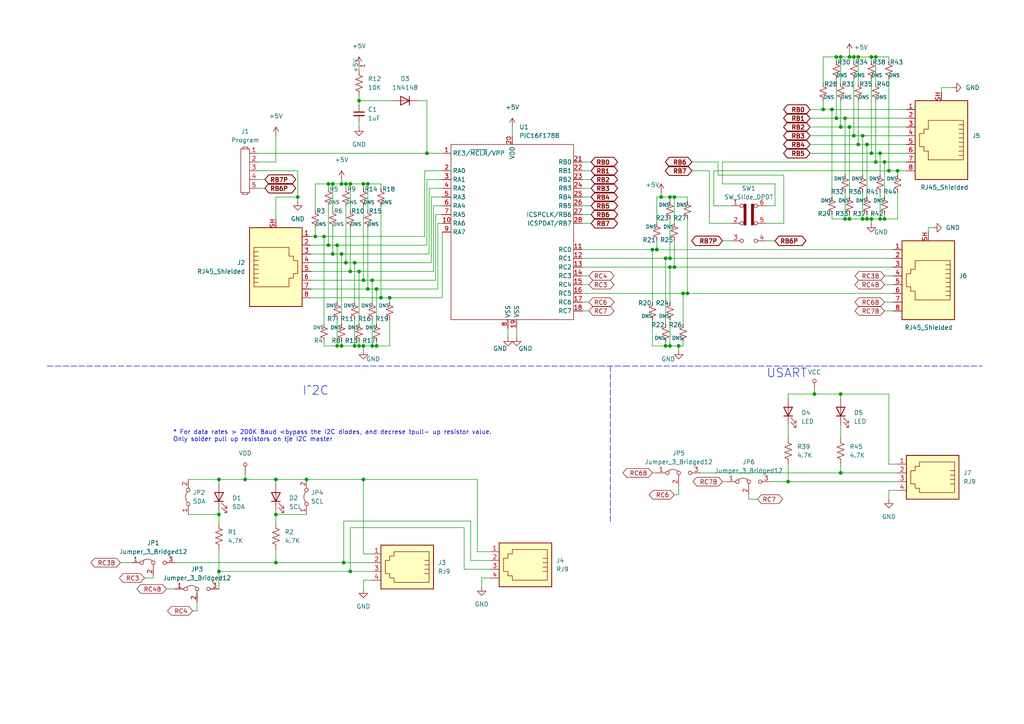
<source format=kicad_sch>
(kicad_sch (version 20231120) (generator "eeschema") (generator_version "8.0")
  (paper "A4")
  (lib_symbols
    (symbol "+5V_1" (power) (pin_names (offset 0))
      (property "Value" "+5V" (at 0 5.715 0))
      (symbol "+5V_1_1_1"
        (pin power_out line (at 0 0 90) (length 0) hide (name "+5V") (number "1"))
      )
    )
    (symbol "+5V_2" (power) (pin_names (offset 0))
      (property "Value" "+5V" (at 0 5.715 0))
      (symbol "+5V_2_1_1"
        (pin power_in line (at 0 0 90) (length 0) (name "+5V") (number "1"))
      )
    )
    (symbol "+5V_3" (power) (pin_names (offset 0))
      (property "Value" "+5V" (at 0 5.715 0))
      (symbol "+5V_3_1_1"
        (pin power_in line (at 0 0 90) (length 0) hide (name "+5V") (number "1"))
      )
    )
    (symbol "Connector:RJ45_Shielded" (pin_names (offset 1.016))
      (property "Reference" "J" (at -5.08 13.97 0))
      (property "Value" "RJ45_Shielded" (at 2.54 13.97 0))
      (symbol "RJ45_Shielded_1_1"
        (pin passive line (at 10.16 -7.62 180) (length 2.54) (name "~") (number "1"))
        (pin passive line (at 10.16 -5.08 180) (length 2.54) (name "~") (number "2"))
        (pin passive line (at 10.16 -2.54 180) (length 2.54) (name "~") (number "3"))
        (pin passive line (at 10.16 0 180) (length 2.54) (name "~") (number "4"))
        (pin passive line (at 10.16 2.54 180) (length 2.54) (name "~") (number "5"))
        (pin passive line (at 10.16 5.08 180) (length 2.54) (name "~") (number "6"))
        (pin passive line (at 10.16 7.62 180) (length 2.54) (name "~") (number "7"))
        (pin passive line (at 10.16 10.16 180) (length 2.54) (name "~") (number "8"))
        (pin passive line (at 0 -12.7 90) (length 2.54) (name "~") (number "SH"))
      )
    )
    (symbol "Connector:RJ9" (pin_names (offset 1.016))
      (property "Reference" "J" (at -5.08 8.89 0))
      (property "Value" "RJ9" (at 2.54 8.89 0))
      (symbol "RJ9_1_1"
        (pin passive line (at 10.16 -2.54 180) (length 2.54) (name "~") (number "1"))
        (pin passive line (at 10.16 0 180) (length 2.54) (name "~") (number "2"))
        (pin passive line (at 10.16 2.54 180) (length 2.54) (name "~") (number "3"))
        (pin passive line (at 10.16 5.08 180) (length 2.54) (name "~") (number "4"))
      )
    )
    (symbol "Custom Components:PIC16LF1788"
      (property "Reference" "U" (at -8.89 -41.91 0))
      (property "Value" "PIC16LF1788" (at -8.89 -44.45 0))
      (symbol "PIC16LF1788_1_1"
        (pin bidirectional line (at -20.32 -10.16 0) (length 2.54) (name "RE3/~{MCLR}/VPP") (number "1"))
        (pin bidirectional line (at -20.32 -30.48 0) (length 2.54) (name "RA6") (number "10"))
        (pin bidirectional line (at 20.32 -38.1 180) (length 2.54) (name "RC0") (number "11"))
        (pin bidirectional line (at 20.32 -40.64 180) (length 2.54) (name "RC1") (number "12"))
        (pin bidirectional line (at 20.32 -43.18 180) (length 2.54) (name "RC2") (number "13"))
        (pin bidirectional line (at 20.32 -45.72 180) (length 2.54) (name "RC3") (number "14"))
        (pin bidirectional line (at 20.32 -48.26 180) (length 2.54) (name "RC4") (number "15"))
        (pin bidirectional line (at 20.32 -50.8 180) (length 2.54) (name "RC5") (number "16"))
        (pin bidirectional line (at 20.32 -53.34 180) (length 2.54) (name "RC6") (number "17"))
        (pin bidirectional line (at 20.32 -55.88 180) (length 2.54) (name "RC7") (number "18"))
        (pin bidirectional line (at 1.27 -60.96 90) (length 2.54) (name "VSS") (number "19"))
        (pin bidirectional line (at -20.32 -15.24 0) (length 2.54) (name "RA0") (number "2"))
        (pin bidirectional line (at 0 -5.08 270) (length 2.54) (name "VDD") (number "20"))
        (pin bidirectional line (at 20.32 -12.7 180) (length 2.54) (name "RB0") (number "21"))
        (pin bidirectional line (at 20.32 -15.24 180) (length 2.54) (name "RB1") (number "22"))
        (pin bidirectional line (at 20.32 -17.78 180) (length 2.54) (name "RB2") (number "23"))
        (pin bidirectional line (at 20.32 -20.32 180) (length 2.54) (name "RB3") (number "24"))
        (pin bidirectional line (at 20.32 -22.86 180) (length 2.54) (name "RB4") (number "25"))
        (pin bidirectional line (at 20.32 -25.4 180) (length 2.54) (name "RB5") (number "26"))
        (pin bidirectional line (at 20.32 -27.94 180) (length 2.54) (name "ICSPCLK/RB6") (number "27"))
        (pin bidirectional line (at 20.32 -30.48 180) (length 2.54) (name "ICSPDAT/RB7") (number "28"))
        (pin bidirectional line (at -20.32 -17.78 0) (length 2.54) (name "RA1") (number "3"))
        (pin bidirectional line (at -20.32 -20.32 0) (length 2.54) (name "RA2") (number "4"))
        (pin bidirectional line (at -20.32 -22.86 0) (length 2.54) (name "RA3") (number "5"))
        (pin bidirectional line (at -20.32 -25.4 0) (length 2.54) (name "RA4") (number "6"))
        (pin bidirectional line (at -20.32 -27.94 0) (length 2.54) (name "RA5") (number "7"))
        (pin bidirectional line (at -1.27 -60.96 90) (length 2.54) (name "VSS") (number "8"))
        (pin bidirectional line (at -20.32 -33.02 0) (length 2.54) (name "RA7") (number "9"))
      )
    )
    (symbol "Custom Symbols:5pinheader"
      (property "Reference" "J1" (at -1.27 3.81 0))
      (property "Value" "Program" (at -1.27 1.27 0))
      (symbol "5pinheader_1_1"
        (pin bidirectional line (at 2.54 -2.54 180) (length 2.54) (name "") (number "1"))
        (pin power_out line (at 2.54 -5.08 180) (length 2.54) (name "") (number "2"))
        (pin bidirectional line (at 2.54 -7.62 180) (length 2.54) (name "") (number "3"))
        (pin bidirectional line (at 2.54 -10.16 180) (length 2.54) (name "") (number "4"))
        (pin bidirectional line (at 2.54 -12.7 180) (length 2.54) (name "") (number "5"))
      )
    )
    (symbol "Device:C_Small" (pin_numbers hide) (pin_names (offset 0.254) hide)
      (property "Reference" "C" (at 0.254 1.778 0))
      (property "Value" "C_Small" (at 0.254 -2.032 0))
      (symbol "C_Small_1_1"
        (pin passive line (at 0 2.54 270) (length 2.032) (name "~") (number "1"))
        (pin passive line (at 0 -2.54 90) (length 2.032) (name "~") (number "2"))
      )
    )
    (symbol "Device:LED" (pin_numbers hide) (pin_names (offset 1.016) hide)
      (property "Reference" "D" (at 0 2.54 0))
      (property "Value" "LED" (at 0 -2.54 0))
      (symbol "LED_1_1"
        (pin passive line (at -3.81 0 0) (length 2.54) (name "K") (number "1"))
        (pin passive line (at 3.81 0 180) (length 2.54) (name "A") (number "2"))
      )
    )
    (symbol "Device:R_Small_US" (pin_numbers hide) (pin_names (offset 0.254) hide)
      (property "Reference" "R" (at 0.762 0.508 0))
      (property "Value" "R_Small_US" (at 0.762 -1.016 0))
      (symbol "R_Small_US_1_1"
        (pin passive line (at 0 2.54 270) (length 1.016) (name "~") (number "1"))
        (pin passive line (at 0 -2.54 90) (length 1.016) (name "~") (number "2"))
      )
    )
    (symbol "Device:R_US" (pin_numbers hide) (pin_names (offset 0))
      (property "Reference" "R" (at 2.54 0 90))
      (property "Value" "R_US" (at -2.54 0 90))
      (symbol "R_US_1_1"
        (pin passive line (at 0 3.81 270) (length 1.27) (name "~") (number "1"))
        (pin passive line (at 0 -3.81 90) (length 1.27) (name "~") (number "2"))
      )
    )
    (symbol "Diode:1N4148" (pin_numbers hide) (pin_names (offset 1.016) hide)
      (property "Reference" "D" (at 0 2.54 0))
      (property "Value" "1N4148" (at 0 -2.54 0))
      (symbol "1N4148_1_1"
        (pin passive line (at -3.81 0 0) (length 2.54) (name "K") (number "1"))
        (pin passive line (at 3.81 0 180) (length 2.54) (name "A") (number "2"))
      )
    )
    (symbol "Jumper:Jumper_2_Bridged" (pin_names (offset 0) hide)
      (property "Reference" "JP" (at 0 1.905 0))
      (property "Value" "Jumper_2_Bridged" (at 0 -2.54 0))
      (symbol "Jumper_2_Bridged_1_1"
        (pin passive line (at -5.08 0 0) (length 2.54) (name "A") (number "1"))
        (pin passive line (at 5.08 0 180) (length 2.54) (name "B") (number "2"))
      )
    )
    (symbol "Jumper:Jumper_3_Bridged12" (pin_names (offset 0) hide)
      (property "Reference" "JP" (at -2.54 -2.54 0))
      (property "Value" "Jumper_3_Bridged12" (at 0 2.794 0))
      (symbol "Jumper_3_Bridged12_1_1"
        (pin passive line (at -6.35 0 0) (length 2.54) (name "A") (number "1"))
        (pin passive line (at 0 -3.81 90) (length 2.54) (name "C") (number "2"))
        (pin passive line (at 6.35 0 180) (length 2.54) (name "B") (number "3"))
      )
    )
    (symbol "Power_symbols:VCC" (power) (in_bom no) (on_board no)
      (property "Value" "VCC" (at 0 0 0))
      (symbol "VCC_1_1"
        (pin power_out line (at 0 -5.08 90) (length 2.032) (name "") (number ""))
      )
    )
    (symbol "Power_symbols:VDD" (power) (in_bom no) (on_board no)
      (property "Value" "VDD" (at 0 0 0))
      (symbol "VDD_1_1"
        (pin power_out line (at 0 -5.08 90) (length 2.54) (name "") (number ""))
      )
    )
    (symbol "Switch:SW_Slide_DPDT" (pin_names (offset 0) hide)
      (property "Reference" "SW" (at 0 6.858 0))
      (property "Value" "SW_Slide_DPDT" (at 0 -8.128 0))
      (symbol "SW_Slide_DPDT_1_1"
        (pin passive line (at -5.08 5.08 0) (length 2.54) (name "A") (number "1"))
        (pin passive line (at -5.08 0 0) (length 2.54) (name "B") (number "2"))
        (pin passive line (at -5.08 -5.08 0) (length 2.54) (name "C") (number "3"))
        (pin passive line (at 5.08 -5.08 180) (length 2.54) (name "A") (number "4"))
        (pin passive line (at 5.08 0 180) (length 2.54) (name "B") (number "5"))
        (pin passive line (at 5.08 5.08 180) (length 2.54) (name "C") (number "6"))
      )
    )
    (symbol "power:+5V" (power) (pin_names (offset 0))
      (property "Value" "+5V" (at 0 5.715 0))
      (symbol "+5V_1_1"
        (pin power_in line (at 0 0 90) (length 0) hide (name "+5V") (number "1"))
      )
    )
    (symbol "power:GND" (power) (pin_names (offset 0))
      (property "Value" "GND" (at 0 -3.81 0))
      (symbol "GND_1_1"
        (pin power_in line (at 0 0 270) (length 0) hide (name "GND") (number "1"))
      )
    )
  )
  (junction (at 101.6 165.735))
  (junction (at 101.6 53.34))
  (junction (at 246.38 36.83))
  (junction (at 243.84 114.3))
  (junction (at 91.44 68.58))
  (junction (at 199.39 85.09))
  (junction (at 100.33 53.34))
  (junction (at 245.11 63.5))
  (junction (at 243.84 36.83))
  (junction (at 63.5 165.735))
  (junction (at 102.87 100.33))
  (junction (at 241.3 31.75))
  (junction (at 252.73 16.51))
  (junction (at 71.12 139.065))
  (junction (at 102.87 76.2))
  (junction (at 198.12 85.09))
  (junction (at 189.23 72.39))
  (junction (at 123.825 44.45))
  (junction (at 97.79 100.33))
  (junction (at 254 16.51))
  (junction (at 238.76 31.75))
  (junction (at 80.01 149.225))
  (junction (at 195.58 57.15))
  (junction (at 251.46 41.91))
  (junction (at 257.81 49.53))
  (junction (at 252.73 44.45))
  (junction (at 107.95 100.33))
  (junction (at 243.84 16.51))
  (junction (at 110.49 86.36))
  (junction (at 248.92 41.91))
  (junction (at 104.14 29.21))
  (junction (at 88.9 139.065))
  (junction (at 95.25 53.34))
  (junction (at 105.41 139.065))
  (junction (at 190.5 72.39))
  (junction (at 248.92 16.51))
  (junction (at 99.06 73.66))
  (junction (at 193.04 100.33))
  (junction (at 86.36 57.15))
  (junction (at 251.46 63.5))
  (junction (at 107.95 81.28))
  (junction (at 193.04 74.93))
  (junction (at 99.06 53.34))
  (junction (at 96.52 53.34))
  (junction (at 106.68 53.34))
  (junction (at 96.52 73.66))
  (junction (at 247.65 16.51))
  (junction (at 252.73 63.5))
  (junction (at 195.58 77.47))
  (junction (at 97.79 71.12))
  (junction (at 109.22 100.33))
  (junction (at 80.01 139.065))
  (junction (at 101.6 78.74))
  (junction (at 250.19 63.5))
  (junction (at 95.25 71.12))
  (junction (at 194.31 77.47))
  (junction (at 113.03 86.36))
  (junction (at 99.695 163.195))
  (junction (at 256.54 46.99))
  (junction (at 80.01 163.195))
  (junction (at 104.14 100.33))
  (junction (at 100.33 76.2))
  (junction (at 228.6 139.7))
  (junction (at 105.41 81.28))
  (junction (at 254 46.99))
  (junction (at 63.5 139.065))
  (junction (at 194.31 74.93))
  (junction (at 247.65 39.37))
  (junction (at 99.06 100.33))
  (junction (at 191.77 57.15))
  (junction (at 63.5 149.225))
  (junction (at 109.22 83.82))
  (junction (at 242.57 34.29))
  (junction (at 243.84 137.16))
  (junction (at 236.22 114.3))
  (junction (at 260.35 49.53))
  (junction (at 105.41 100.33))
  (junction (at 255.27 44.45))
  (junction (at 93.98 68.58))
  (junction (at 255.27 63.5))
  (junction (at 194.31 100.33))
  (junction (at 105.41 53.34))
  (junction (at 246.38 16.51))
  (junction (at 242.57 16.51))
  (junction (at 196.85 100.33))
  (junction (at 256.54 63.5))
  (junction (at 106.68 83.82))
  (junction (at 245.11 34.29))
  (junction (at 104.14 78.74))
  (junction (at 250.19 39.37))
  (junction (at 194.31 57.15))
  (junction (at 246.38 63.5))
  (wire (pts (xy 80.01 57.15) (xy 86.36 57.15)))
  (wire (pts (xy 190.5 57.15) (xy 191.77 57.15)))
  (wire (pts (xy 252.73 16.51) (xy 254 16.51)))
  (wire (pts (xy 96.52 73.66) (xy 99.06 73.66)))
  (wire (pts (xy 242.57 16.51) (xy 242.57 17.78)))
  (wire (pts (xy 208.28 50.8) (xy 227.33 50.8)))
  (wire (pts (xy 90.17 78.74) (xy 101.6 78.74)))
  (wire (pts (xy 209.55 139.7) (xy 210.82 139.7)))
  (wire (pts (xy 109.22 83.82) (xy 127 83.82)))
  (wire (pts (xy 260.35 137.16) (xy 243.84 137.16)))
  (wire (pts (xy 125.73 59.69) (xy 128.27 59.69)))
  (wire (pts (xy 194.31 77.47) (xy 195.58 77.47)))
  (wire (pts (xy 251.46 63.5) (xy 251.46 62.23)))
  (wire (pts (xy 228.6 114.3) (xy 228.6 115.57)))
  (wire (pts (xy 250.19 63.5) (xy 246.38 63.5)))
  (wire (pts (xy 74.93 49.53) (xy 86.36 49.53)))
  (wire (pts (xy 227.33 50.8) (xy 227.33 64.77)))
  (wire (pts (xy 99.06 52.07) (xy 99.06 53.34)))
  (wire (pts (xy 102.87 87.63) (xy 102.87 76.2)))
  (wire (pts (xy 113.03 86.36) (xy 128.27 86.36)))
  (wire (pts (xy 138.43 139.065) (xy 138.43 160.02)))
  (wire (pts (xy 134.62 165.1) (xy 134.62 153.035)))
  (wire (pts (xy 126.365 62.23) (xy 128.27 62.23)))
  (wire (pts (xy 109.22 100.33) (xy 107.95 100.33)))
  (wire (pts (xy 248.92 16.51) (xy 248.92 24.13)))
  (wire (pts (xy 256.54 90.17) (xy 259.08 90.17)))
  (wire (pts (xy 198.12 100.33) (xy 196.85 100.33)))
  (wire (pts (xy 95.25 71.12) (xy 97.79 71.12)))
  (wire (pts (xy 242.57 22.86) (xy 242.57 34.29)))
  (wire (pts (xy 57.15 177.165) (xy 57.15 174.625)))
  (wire (pts (xy 168.91 64.77) (xy 171.45 64.77)))
  (wire (pts (xy 107.95 160.655) (xy 105.41 160.655)))
  (wire (pts (xy 96.52 66.04) (xy 96.52 73.66)))
  (wire (pts (xy 245.11 34.29) (xy 262.89 34.29)))
  (wire (pts (xy 80.01 39.37) (xy 80.01 46.99)))
  (wire (pts (xy 109.22 100.33) (xy 109.22 99.06)))
  (wire (pts (xy 149.86 95.25) (xy 149.86 97.79)))
  (wire (pts (xy 205.74 49.53) (xy 205.74 64.77)))
  (wire (pts (xy 243.84 29.21) (xy 243.84 36.83)))
  (wire (pts (xy 252.73 63.5) (xy 251.46 63.5)))
  (wire (pts (xy 96.52 53.34) (xy 99.06 53.34)))
  (wire (pts (xy 104.14 93.98) (xy 104.14 78.74)))
  (wire (pts (xy 101.6 165.735) (xy 107.95 165.735)))
  (wire (pts (xy 228.6 134.62) (xy 228.6 139.7)))
  (wire (pts (xy 245.11 63.5) (xy 245.11 55.88)))
  (wire (pts (xy 243.84 137.16) (xy 243.84 134.62)))
  (wire (pts (xy 125.73 78.74) (xy 125.73 59.69)))
  (wire (pts (xy 250.19 39.37) (xy 262.89 39.37)))
  (wire (pts (xy 243.84 36.83) (xy 234.95 36.83)))
  (wire (pts (xy 193.04 99.06) (xy 193.04 100.33)))
  (wire (pts (xy 121.285 29.21) (xy 123.825 29.21)))
  (wire (pts (xy 260.35 49.53) (xy 257.81 49.53)))
  (wire (pts (xy 74.93 46.99) (xy 80.01 46.99)))
  (wire (pts (xy 101.6 53.34) (xy 105.41 53.34)))
  (wire (pts (xy 190.5 69.85) (xy 190.5 72.39)))
  (wire (pts (xy 257.81 49.53) (xy 207.01 49.53)))
  (wire (pts (xy 105.41 101.6) (xy 105.41 100.33)))
  (wire (pts (xy 168.91 59.69) (xy 171.45 59.69)))
  (wire (pts (xy 104.14 78.74) (xy 125.73 78.74)))
  (wire (pts (xy 91.44 68.58) (xy 93.98 68.58)))
  (wire (pts (xy 142.24 160.02) (xy 138.43 160.02)))
  (wire (pts (xy 80.01 163.195) (xy 99.695 163.195)))
  (wire (pts (xy 34.925 163.195) (xy 38.1 163.195)))
  (polyline (pts (xy 177.038 106.172) (xy 177.038 151.892)) (stroke (width 0) (type dash)))
  (wire (pts (xy 123.19 68.58) (xy 123.19 49.53)))
  (wire (pts (xy 208.28 46.99) (xy 200.66 46.99)))
  (wire (pts (xy 123.825 29.21) (xy 123.825 44.45)))
  (wire (pts (xy 71.12 137.795) (xy 71.12 139.065)))
  (wire (pts (xy 246.38 63.5) (xy 246.38 62.23)))
  (wire (pts (xy 101.6 153.035) (xy 101.6 165.735)))
  (wire (pts (xy 209.55 53.34) (xy 224.79 53.34)))
  (wire (pts (xy 243.84 114.3) (xy 236.22 114.3)))
  (wire (pts (xy 105.41 139.065) (xy 88.9 139.065)))
  (wire (pts (xy 106.68 53.34) (xy 106.68 60.96)))
  (wire (pts (xy 242.57 16.51) (xy 243.84 16.51)))
  (wire (pts (xy 104.14 100.33) (xy 104.14 99.06)))
  (wire (pts (xy 269.24 66.04) (xy 269.24 67.31)))
  (wire (pts (xy 207.01 49.53) (xy 207.01 59.69)))
  (wire (pts (xy 127 83.82) (xy 127 64.77)))
  (wire (pts (xy 199.39 57.15) (xy 199.39 58.42)))
  (wire (pts (xy 224.79 53.34) (xy 224.79 59.69)))
  (wire (pts (xy 191.77 57.15) (xy 194.31 57.15)))
  (wire (pts (xy 90.17 68.58) (xy 91.44 68.58)))
  (wire (pts (xy 91.44 53.34) (xy 95.25 53.34)))
  (wire (pts (xy 113.03 100.33) (xy 109.22 100.33)))
  (wire (pts (xy 63.5 147.955) (xy 63.5 149.225)))
  (wire (pts (xy 104.14 35.56) (xy 104.14 36.83)))
  (wire (pts (xy 86.36 58.42) (xy 86.36 57.15)))
  (wire (pts (xy 254 46.99) (xy 209.55 46.99)))
  (wire (pts (xy 107.95 100.33) (xy 107.95 92.71)))
  (wire (pts (xy 203.2 137.16) (xy 243.84 137.16)))
  (wire (pts (xy 90.17 76.2) (xy 100.33 76.2)))
  (wire (pts (xy 105.41 168.275) (xy 107.95 168.275)))
  (wire (pts (xy 254 46.99) (xy 256.54 46.99)))
  (wire (pts (xy 93.98 100.33) (xy 93.98 99.06)))
  (wire (pts (xy 113.03 100.33) (xy 113.03 92.71)))
  (wire (pts (xy 246.38 57.15) (xy 246.38 36.83)))
  (wire (pts (xy 190.5 64.77) (xy 190.5 57.15)))
  (wire (pts (xy 148.59 36.83) (xy 148.59 39.37)))
  (wire (pts (xy 86.36 57.15) (xy 86.36 49.53)))
  (wire (pts (xy 55.88 177.165) (xy 57.15 177.165)))
  (wire (pts (xy 50.8 163.195) (xy 80.01 163.195)))
  (wire (pts (xy 243.84 123.19) (xy 243.84 127)))
  (wire (pts (xy 245.11 50.8) (xy 245.11 34.29)))
  (wire (pts (xy 125.095 57.15) (xy 128.27 57.15)))
  (wire (pts (xy 260.35 63.5) (xy 260.35 55.88)))
  (wire (pts (xy 88.9 139.065) (xy 80.01 139.065)))
  (wire (pts (xy 248.92 41.91) (xy 234.95 41.91)))
  (wire (pts (xy 80.01 57.15) (xy 80.01 63.5)))
  (wire (pts (xy 194.31 77.47) (xy 194.31 87.63)))
  (wire (pts (xy 251.46 63.5) (xy 250.19 63.5)))
  (wire (pts (xy 124.46 73.66) (xy 124.46 54.61)))
  (wire (pts (xy 136.525 162.56) (xy 142.24 162.56)))
  (wire (pts (xy 139.7 170.18) (xy 139.7 167.64)))
  (wire (pts (xy 255.27 50.8) (xy 255.27 44.45)))
  (wire (pts (xy 196.85 100.33) (xy 194.31 100.33)))
  (wire (pts (xy 256.54 57.15) (xy 256.54 46.99)))
  (wire (pts (xy 252.73 44.45) (xy 234.95 44.45)))
  (wire (pts (xy 223.52 139.7) (xy 228.6 139.7)))
  (wire (pts (xy 105.41 53.34) (xy 106.68 53.34)))
  (wire (pts (xy 80.01 159.385) (xy 80.01 163.195)))
  (wire (pts (xy 97.79 87.63) (xy 97.79 71.12)))
  (wire (pts (xy 100.33 53.34) (xy 101.6 53.34)))
  (wire (pts (xy 189.23 72.39) (xy 189.23 87.63)))
  (wire (pts (xy 189.23 92.71) (xy 189.23 100.33)))
  (wire (pts (xy 63.5 165.735) (xy 63.5 170.815)))
  (wire (pts (xy 90.17 71.12) (xy 95.25 71.12)))
  (wire (pts (xy 168.91 87.63) (xy 170.815 87.63)))
  (wire (pts (xy 134.62 165.1) (xy 142.24 165.1)))
  (wire (pts (xy 105.41 59.69) (xy 105.41 81.28)))
  (wire (pts (xy 205.74 49.53) (xy 200.66 49.53)))
  (wire (pts (xy 99.695 151.13) (xy 99.695 163.195)))
  (wire (pts (xy 136.525 151.13) (xy 99.695 151.13)))
  (wire (pts (xy 104.14 100.33) (xy 102.87 100.33)))
  (wire (pts (xy 74.93 44.45) (xy 123.825 44.45)))
  (wire (pts (xy 251.46 41.91) (xy 248.92 41.91)))
  (wire (pts (xy 260.35 63.5) (xy 256.54 63.5)))
  (wire (pts (xy 126.365 81.28) (xy 126.365 62.23)))
  (wire (pts (xy 96.52 53.34) (xy 96.52 60.96)))
  (wire (pts (xy 139.7 167.64) (xy 142.24 167.64)))
  (wire (pts (xy 54.61 149.225) (xy 63.5 149.225)))
  (wire (pts (xy 123.825 71.12) (xy 123.825 52.07)))
  (wire (pts (xy 101.6 78.74) (xy 104.14 78.74)))
  (wire (pts (xy 90.17 86.36) (xy 110.49 86.36)))
  (wire (pts (xy 100.33 76.2) (xy 102.87 76.2)))
  (wire (pts (xy 107.95 81.28) (xy 126.365 81.28)))
  (wire (pts (xy 254 16.51) (xy 257.81 16.51)))
  (wire (pts (xy 48.26 170.815) (xy 50.8 170.815)))
  (wire (pts (xy 71.12 139.065) (xy 80.01 139.065)))
  (wire (pts (xy 168.91 85.09) (xy 198.12 85.09)))
  (wire (pts (xy 238.76 29.21) (xy 238.76 31.75)))
  (wire (pts (xy 189.23 72.39) (xy 190.5 72.39)))
  (wire (pts (xy 254 29.21) (xy 254 46.99)))
  (wire (pts (xy 257.81 134.62) (xy 257.81 114.3)))
  (wire (pts (xy 236.22 113.03) (xy 236.22 114.3)))
  (wire (pts (xy 97.79 100.33) (xy 97.79 92.71)))
  (wire (pts (xy 95.25 53.34) (xy 95.25 54.61)))
  (wire (pts (xy 110.49 53.34) (xy 110.49 54.61)))
  (wire (pts (xy 104.14 29.21) (xy 104.14 30.48)))
  (wire (pts (xy 107.95 87.63) (xy 107.95 81.28)))
  (wire (pts (xy 189.23 137.16) (xy 190.5 137.16)))
  (wire (pts (xy 270.51 66.04) (xy 269.24 66.04)))
  (wire (pts (xy 246.38 15.24) (xy 246.38 16.51)))
  (wire (pts (xy 106.68 83.82) (xy 109.22 83.82)))
  (wire (pts (xy 251.46 57.15) (xy 251.46 41.91)))
  (wire (pts (xy 127 64.77) (xy 128.27 64.77)))
  (wire (pts (xy 196.85 143.51) (xy 196.85 140.97)))
  (wire (pts (xy 93.98 68.58) (xy 123.19 68.58)))
  (wire (pts (xy 109.22 93.98) (xy 109.22 83.82)))
  (wire (pts (xy 123.825 52.07) (xy 128.27 52.07)))
  (wire (pts (xy 128.27 86.36) (xy 128.27 67.31)))
  (wire (pts (xy 238.76 31.75) (xy 241.3 31.75)))
  (wire (pts (xy 168.91 80.01) (xy 170.815 80.01)))
  (wire (pts (xy 97.79 71.12) (xy 123.825 71.12)))
  (wire (pts (xy 247.65 22.86) (xy 247.65 39.37)))
  (wire (pts (xy 91.44 66.04) (xy 91.44 68.58)))
  (wire (pts (xy 193.04 100.33) (xy 189.23 100.33)))
  (wire (pts (xy 273.05 25.4) (xy 273.05 26.67)))
  (wire (pts (xy 251.46 41.91) (xy 262.89 41.91)))
  (wire (pts (xy 113.03 87.63) (xy 113.03 86.36)))
  (wire (pts (xy 91.44 53.34) (xy 91.44 60.96)))
  (wire (pts (xy 168.91 52.07) (xy 171.45 52.07)))
  (wire (pts (xy 243.84 114.3) (xy 243.84 115.57)))
  (wire (pts (xy 104.14 19.05) (xy 104.14 20.32)))
  (wire (pts (xy 110.49 86.36) (xy 113.03 86.36)))
  (wire (pts (xy 97.79 100.33) (xy 93.98 100.33)))
  (wire (pts (xy 260.35 142.24) (xy 257.81 142.24)))
  (wire (pts (xy 191.77 55.88) (xy 191.77 57.15)))
  (wire (pts (xy 74.93 54.61) (xy 76.835 54.61)))
  (wire (pts (xy 242.57 34.29) (xy 245.11 34.29)))
  (wire (pts (xy 105.41 81.28) (xy 107.95 81.28)))
  (wire (pts (xy 194.31 57.15) (xy 194.31 58.42)))
  (wire (pts (xy 276.225 25.4) (xy 273.05 25.4)))
  (wire (pts (xy 195.58 77.47) (xy 259.08 77.47)))
  (wire (pts (xy 255.27 63.5) (xy 255.27 55.88)))
  (wire (pts (xy 246.38 36.83) (xy 262.89 36.83)))
  (wire (pts (xy 105.41 100.33) (xy 104.14 100.33)))
  (wire (pts (xy 260.35 49.53) (xy 262.89 49.53)))
  (wire (pts (xy 194.31 74.93) (xy 259.08 74.93)))
  (wire (pts (xy 194.31 92.71) (xy 194.31 100.33)))
  (wire (pts (xy 217.17 144.78) (xy 217.17 143.51)))
  (wire (pts (xy 194.31 57.15) (xy 195.58 57.15)))
  (wire (pts (xy 195.58 69.85) (xy 195.58 77.47)))
  (wire (pts (xy 196.85 100.33) (xy 196.85 101.6)))
  (wire (pts (xy 194.31 100.33) (xy 193.04 100.33)))
  (wire (pts (xy 168.91 57.15) (xy 171.45 57.15)))
  (wire (pts (xy 74.93 52.07) (xy 76.835 52.07)))
  (wire (pts (xy 252.73 22.86) (xy 252.73 44.45)))
  (wire (pts (xy 123.19 49.53) (xy 128.27 49.53)))
  (wire (pts (xy 101.6 53.34) (xy 101.6 60.96)))
  (wire (pts (xy 44.45 167.64) (xy 44.45 167.005)))
  (wire (pts (xy 190.5 72.39) (xy 259.08 72.39)))
  (wire (pts (xy 207.01 59.69) (xy 212.09 59.69)))
  (wire (pts (xy 222.25 69.85) (xy 224.79 69.85)))
  (wire (pts (xy 63.5 149.225) (xy 63.5 151.765)))
  (wire (pts (xy 99.06 100.33) (xy 99.06 99.06)))
  (wire (pts (xy 260.35 134.62) (xy 257.81 134.62)))
  (wire (pts (xy 93.98 93.98) (xy 93.98 68.58)))
  (wire (pts (xy 254 16.51) (xy 254 24.13)))
  (wire (pts (xy 95.25 59.69) (xy 95.25 71.12)))
  (wire (pts (xy 205.74 64.77) (xy 212.09 64.77)))
  (wire (pts (xy 63.5 165.735) (xy 101.6 165.735)))
  (wire (pts (xy 194.31 63.5) (xy 194.31 74.93)))
  (wire (pts (xy 257.81 142.24) (xy 257.81 144.78)))
  (wire (pts (xy 102.87 76.2) (xy 125.095 76.2)))
  (wire (pts (xy 104.14 27.94) (xy 104.14 29.21)))
  (wire (pts (xy 105.41 53.34) (xy 105.41 54.61)))
  (wire (pts (xy 195.58 57.15) (xy 199.39 57.15)))
  (wire (pts (xy 128.27 44.45) (xy 123.825 44.45)))
  (wire (pts (xy 241.3 63.5) (xy 241.3 62.23)))
  (wire (pts (xy 147.32 95.25) (xy 147.32 97.79)))
  (wire (pts (xy 168.91 72.39) (xy 189.23 72.39)))
  (wire (pts (xy 95.25 53.34) (xy 96.52 53.34)))
  (wire (pts (xy 256.54 63.5) (xy 255.27 63.5)))
  (wire (pts (xy 248.92 29.21) (xy 248.92 41.91)))
  (wire (pts (xy 252.73 64.77) (xy 252.73 63.5)))
  (wire (pts (xy 219.71 144.78) (xy 217.17 144.78)))
  (wire (pts (xy 63.5 140.335) (xy 63.5 139.065)))
  (wire (pts (xy 136.525 162.56) (xy 136.525 151.13)))
  (wire (pts (xy 198.12 85.09) (xy 198.12 93.98)))
  (wire (pts (xy 256.54 87.63) (xy 259.08 87.63)))
  (wire (pts (xy 241.3 57.15) (xy 241.3 31.75)))
  (wire (pts (xy 106.68 66.04) (xy 106.68 83.82)))
  (polyline (pts (xy 13.716 106.172) (xy 181.102 106.172)) (stroke (width 0) (type dash)))
  (wire (pts (xy 243.84 36.83) (xy 246.38 36.83)))
  (wire (pts (xy 255.27 44.45) (xy 262.89 44.45)))
  (wire (pts (xy 208.28 46.99) (xy 208.28 50.8)))
  (wire (pts (xy 105.41 170.815) (xy 105.41 168.275)))
  (wire (pts (xy 246.38 16.51) (xy 247.65 16.51)))
  (wire (pts (xy 222.25 64.77) (xy 227.33 64.77)))
  (wire (pts (xy 138.43 139.065) (xy 105.41 139.065)))
  (wire (pts (xy 102.87 100.33) (xy 102.87 92.71)))
  (wire (pts (xy 99.06 100.33) (xy 97.79 100.33)))
  (wire (pts (xy 198.12 85.09) (xy 199.39 85.09)))
  (wire (pts (xy 124.46 54.61) (xy 128.27 54.61)))
  (wire (pts (xy 168.91 90.17) (xy 170.815 90.17)))
  (wire (pts (xy 101.6 66.04) (xy 101.6 78.74)))
  (wire (pts (xy 257.81 16.51) (xy 257.81 17.78)))
  (wire (pts (xy 106.68 53.34) (xy 110.49 53.34)))
  (wire (pts (xy 247.65 16.51) (xy 247.65 17.78)))
  (wire (pts (xy 256.54 80.01) (xy 259.08 80.01)))
  (wire (pts (xy 90.17 73.66) (xy 96.52 73.66)))
  (wire (pts (xy 125.095 76.2) (xy 125.095 57.15)))
  (wire (pts (xy 168.91 77.47) (xy 194.31 77.47)))
  (wire (pts (xy 222.25 59.69) (xy 224.79 59.69)))
  (wire (pts (xy 168.91 54.61) (xy 171.45 54.61)))
  (wire (pts (xy 198.12 99.06) (xy 198.12 100.33)))
  (wire (pts (xy 80.01 147.955) (xy 80.01 149.225)))
  (wire (pts (xy 228.6 139.7) (xy 260.35 139.7)))
  (wire (pts (xy 250.19 50.8) (xy 250.19 39.37)))
  (wire (pts (xy 252.73 44.45) (xy 255.27 44.45)))
  (wire (pts (xy 209.55 69.85) (xy 212.09 69.85)))
  (wire (pts (xy 199.39 85.09) (xy 259.08 85.09)))
  (wire (pts (xy 90.17 83.82) (xy 106.68 83.82)))
  (wire (pts (xy 168.91 74.93) (xy 193.04 74.93)))
  (wire (pts (xy 168.91 46.99) (xy 171.45 46.99)))
  (wire (pts (xy 168.91 82.55) (xy 170.815 82.55)))
  (wire (pts (xy 80.01 139.065) (xy 80.01 140.335)))
  (wire (pts (xy 195.58 143.51) (xy 196.85 143.51)))
  (wire (pts (xy 228.6 123.19) (xy 228.6 127)))
  (wire (pts (xy 90.17 81.28) (xy 105.41 81.28)))
  (wire (pts (xy 250.19 63.5) (xy 250.19 55.88)))
  (wire (pts (xy 241.3 31.75) (xy 262.89 31.75)))
  (wire (pts (xy 105.41 160.655) (xy 105.41 139.065)))
  (wire (pts (xy 245.11 63.5) (xy 241.3 63.5)))
  (polyline (pts (xy 181.102 106.172) (xy 284.861 106.172)) (stroke (width 0) (type dash)))
  (wire (pts (xy 107.95 100.33) (xy 105.41 100.33)))
  (wire (pts (xy 248.92 16.51) (xy 252.73 16.51)))
  (wire (pts (xy 199.39 63.5) (xy 199.39 85.09)))
  (wire (pts (xy 193.04 74.93) (xy 194.31 74.93)))
  (wire (pts (xy 99.695 163.195) (xy 107.95 163.195)))
  (wire (pts (xy 242.57 34.29) (xy 234.95 34.29)))
  (wire (pts (xy 257.81 22.86) (xy 257.81 49.53)))
  (wire (pts (xy 209.55 46.99) (xy 209.55 53.34)))
  (wire (pts (xy 236.22 114.3) (xy 228.6 114.3)))
  (wire (pts (xy 41.91 167.64) (xy 44.45 167.64)))
  (wire (pts (xy 80.01 149.225) (xy 88.9 149.225)))
  (wire (pts (xy 238.76 31.75) (xy 234.95 31.75)))
  (wire (pts (xy 243.84 16.51) (xy 243.84 24.13)))
  (wire (pts (xy 256.54 82.55) (xy 259.08 82.55)))
  (wire (pts (xy 255.27 63.5) (xy 252.73 63.5)))
  (wire (pts (xy 54.61 139.065) (xy 63.5 139.065)))
  (wire (pts (xy 104.14 29.21) (xy 113.665 29.21)))
  (wire (pts (xy 195.58 57.15) (xy 195.58 64.77)))
  (wire (pts (xy 80.01 149.225) (xy 80.01 151.765)))
  (wire (pts (xy 246.38 63.5) (xy 245.11 63.5)))
  (wire (pts (xy 256.54 46.99) (xy 262.89 46.99)))
  (wire (pts (xy 247.65 16.51) (xy 248.92 16.51)))
  (wire (pts (xy 256.54 63.5) (xy 256.54 62.23)))
  (wire (pts (xy 100.33 59.69) (xy 100.33 76.2)))
  (wire (pts (xy 168.91 62.23) (xy 171.45 62.23)))
  (wire (pts (xy 134.62 153.035) (xy 101.6 153.035)))
  (wire (pts (xy 260.35 50.8) (xy 260.35 49.53)))
  (wire (pts (xy 168.91 49.53) (xy 171.45 49.53)))
  (wire (pts (xy 99.06 93.98) (xy 99.06 73.66)))
  (wire (pts (xy 243.84 16.51) (xy 246.38 16.51)))
  (wire (pts (xy 238.76 16.51) (xy 238.76 24.13)))
  (wire (pts (xy 247.65 39.37) (xy 234.95 39.37)))
  (wire (pts (xy 102.87 100.33) (xy 99.06 100.33)))
  (wire (pts (xy 257.81 114.3) (xy 243.84 114.3)))
  (wire (pts (xy 99.06 73.66) (xy 124.46 73.66)))
  (wire (pts (xy 63.5 139.065) (xy 71.12 139.065)))
  (wire (pts (xy 110.49 59.69) (xy 110.49 86.36)))
  (wire (pts (xy 252.73 16.51) (xy 252.73 17.78)))
  (wire (pts (xy 250.19 39.37) (xy 247.65 39.37)))
  (wire (pts (xy 193.04 74.93) (xy 193.04 93.98)))
  (wire (pts (xy 63.5 159.385) (xy 63.5 165.735)))
  (wire (pts (xy 238.76 16.51) (xy 242.57 16.51)))
  (wire (pts (xy 99.06 53.34) (xy 100.33 53.34)))
  (wire (pts (xy 100.33 53.34) (xy 100.33 54.61)))
  (text "USART" (at 222.25 109.855 0) (effects (font (size 2.54 2.54)) (justify left bottom)))
  (text "I^2C\n" (at 87.63 114.935 0) (effects (font (size 2.54 2.54)) (justify left bottom)))
  (text "* For data rates > 200K Baud <bypass the I2C diodes, and decrese tpull- up resistor value.\nOnly solder pull up resistors on tje I2C master\n" (at 50.165 128.27 0) (effects (font (size 1.27 1.27)) (justify left bottom)))
  (global_label "RB3" (shape bidirectional) (at 171.45 54.61 0) (effects (font (bold yes))) (property "Intersheetrefs" "${INTERSHEET_REFS}" (effects (hide yes))))
  (global_label "RC4B" (shape bidirectional) (at 256.54 82.55 180) (property "Intersheetrefs" "${INTERSHEET_REFS}" (effects (hide yes))))
  (global_label "RC4B" (shape bidirectional) (at 48.26 170.815 180) (property "Intersheetrefs" "${INTERSHEET_REFS}" (effects (hide yes))))
  (global_label "RC6" (shape bidirectional) (at 170.815 87.63 0) (property "Intersheetrefs" "${INTERSHEET_REFS}" (effects (hide yes))))
  (global_label "RB6" (shape bidirectional) (at 171.45 62.23 0) (effects (font (bold yes))) (property "Intersheetrefs" "${INTERSHEET_REFS}" (effects (hide yes))))
  (global_label "RC7" (shape bidirectional) (at 170.815 90.17 0) (property "Intersheetrefs" "${INTERSHEET_REFS}" (effects (hide yes))))
  (global_label "RB7" (shape bidirectional) (at 171.45 64.77 0) (effects (font (bold yes))) (property "Intersheetrefs" "${INTERSHEET_REFS}" (effects (hide yes))))
  (global_label "RC7" (shape bidirectional) (at 219.71 144.78 0) (property "Intersheetrefs" "${INTERSHEET_REFS}" (effects (hide yes))))
  (global_label "RB0" (shape bidirectional) (at 234.95 31.75 180) (effects (font (bold yes))) (property "Intersheetrefs" "${INTERSHEET_REFS}" (effects (hide yes))))
  (global_label "RB0" (shape bidirectional) (at 171.45 46.99 0) (effects (font (bold yes))) (property "Intersheetrefs" "${INTERSHEET_REFS}" (effects (hide yes))))
  (global_label "RB7P" (shape bidirectional) (at 76.835 52.07 0) (effects (font (bold yes))) (property "Intersheetrefs" "${INTERSHEET_REFS}" (effects (hide yes))))
  (global_label "RB6P" (shape bidirectional) (at 224.79 69.85 0) (effects (font (bold yes))) (property "Intersheetrefs" "${INTERSHEET_REFS}" (effects (hide yes))))
  (global_label "RB6" (shape bidirectional) (at 200.66 46.99 180) (effects (font (bold yes))) (property "Intersheetrefs" "${INTERSHEET_REFS}" (effects (hide yes))))
  (global_label "RC7B" (shape bidirectional) (at 256.54 90.17 180) (property "Intersheetrefs" "${INTERSHEET_REFS}" (effects (hide yes))))
  (global_label "RC3" (shape bidirectional) (at 41.91 167.64 180) (property "Intersheetrefs" "${INTERSHEET_REFS}" (effects (hide yes))))
  (global_label "RC7B" (shape bidirectional) (at 209.55 139.7 180) (property "Intersheetrefs" "${INTERSHEET_REFS}" (effects (hide yes))))
  (global_label "RB3" (shape bidirectional) (at 234.95 39.37 180) (effects (font (bold yes))) (property "Intersheetrefs" "${INTERSHEET_REFS}" (effects (hide yes))))
  (global_label "RB7P" (shape bidirectional) (at 209.55 69.85 180) (effects (font (bold yes))) (property "Intersheetrefs" "${INTERSHEET_REFS}" (effects (hide yes))))
  (global_label "RB4" (shape bidirectional) (at 171.45 57.15 0) (effects (font (bold yes))) (property "Intersheetrefs" "${INTERSHEET_REFS}" (effects (hide yes))))
  (global_label "RC6B" (shape bidirectional) (at 189.23 137.16 180) (property "Intersheetrefs" "${INTERSHEET_REFS}" (effects (hide yes))))
  (global_label "RB2" (shape bidirectional) (at 171.45 52.07 0) (effects (font (bold yes))) (property "Intersheetrefs" "${INTERSHEET_REFS}" (effects (hide yes))))
  (global_label "RB1" (shape bidirectional) (at 234.95 34.29 180) (effects (font (bold yes))) (property "Intersheetrefs" "${INTERSHEET_REFS}" (effects (hide yes))))
  (global_label "RB6P" (shape bidirectional) (at 76.835 54.61 0) (effects (font (bold yes))) (property "Intersheetrefs" "${INTERSHEET_REFS}" (effects (hide yes))))
  (global_label "RB7" (shape bidirectional) (at 200.66 49.53 180) (effects (font (bold yes))) (property "Intersheetrefs" "${INTERSHEET_REFS}" (effects (hide yes))))
  (global_label "RC3B" (shape bidirectional) (at 34.925 163.195 180) (property "Intersheetrefs" "${INTERSHEET_REFS}" (effects (hide yes))))
  (global_label "RB1" (shape bidirectional) (at 171.45 49.53 0) (effects (font (bold yes))) (property "Intersheetrefs" "${INTERSHEET_REFS}" (effects (hide yes))))
  (global_label "RC4" (shape bidirectional) (at 170.815 80.01 0) (property "Intersheetrefs" "${INTERSHEET_REFS}" (effects (hide yes))))
  (global_label "RB2" (shape bidirectional) (at 234.95 36.83 180) (effects (font (bold yes))) (property "Intersheetrefs" "${INTERSHEET_REFS}" (effects (hide yes))))
  (global_label "RC6B" (shape bidirectional) (at 256.54 87.63 180) (property "Intersheetrefs" "${INTERSHEET_REFS}" (effects (hide yes))))
  (global_label "RB5" (shape bidirectional) (at 171.45 59.69 0) (effects (font (bold yes))) (property "Intersheetrefs" "${INTERSHEET_REFS}" (effects (hide yes))))
  (global_label "RC4" (shape bidirectional) (at 55.88 177.165 180) (property "Intersheetrefs" "${INTERSHEET_REFS}" (effects (hide yes))))
  (global_label "RC3B" (shape bidirectional) (at 256.54 80.01 180) (property "Intersheetrefs" "${INTERSHEET_REFS}" (effects (hide yes))))
  (global_label "RB4" (shape bidirectional) (at 234.95 41.91 180) (effects (font (bold yes))) (property "Intersheetrefs" "${INTERSHEET_REFS}" (effects (hide yes))))
  (global_label "RC3" (shape bidirectional) (at 170.815 82.55 0) (property "Intersheetrefs" "${INTERSHEET_REFS}" (effects (hide yes))))
  (global_label "RB5" (shape bidirectional) (at 234.95 44.45 180) (effects (font (bold yes))) (property "Intersheetrefs" "${INTERSHEET_REFS}" (effects (hide yes))))
  (global_label "RC6" (shape bidirectional) (at 195.58 143.51 180) (property "Intersheetrefs" "${INTERSHEET_REFS}" (effects (hide yes))))
  (symbol (lib_id "Device:R_Small_US") (at 238.76 26.67 0) (unit 1)
    (property "Reference" "R28" (at 239.014 24.384 0) (effects (justify left)))
    (property "Value" "DNS" (at 238.76 28.194 0) (effects (font (size 1.016 1.016)) (justify left)))
    (property "Footprint" "Resistor_SMD:R_0805_2012Metric_Pad1.20x1.40mm_HandSolder" (effects (hide yes)))
    (property "Description" "Resistor, small US symbol" (effects (hide yes)))
  )
  (symbol (lib_id "Device:R_US") (at 63.5 155.575 0) (unit 1)
    (property "Reference" "R1" (at 66.04 154.3049 0) (effects (justify left)))
    (property "Value" "4.7K" (at 66.04 156.8449 0) (effects (justify left)))
    (property "Footprint" "Resistor_SMD:R_0805_2012Metric_Pad1.20x1.40mm_HandSolder" (effects (hide yes)))
  )
  (symbol (lib_id "Device:R_Small_US") (at 104.14 96.52 180) (unit 1)
    (property "Reference" "R13" (at 103.886 98.806 0) (effects (justify left)))
    (property "Value" "DNS" (at 104.14 94.996 0) (effects (font (size 1.016 1.016)) (justify left)))
    (property "Footprint" "Resistor_SMD:R_0805_2012Metric_Pad1.20x1.40mm_HandSolder" (effects (hide yes)))
    (property "Description" "Resistor, small US symbol" (effects (hide yes)))
  )
  (symbol (lib_id "Custom Components:PIC16LF1788") (at 148.59 34.29 0) (unit 1)
    (property "Reference" "U1" (at 150.6094 36.83 0) (effects (justify left)))
    (property "Value" "PIC16F1788" (at 150.6094 39.37 0) (effects (justify left)))
    (property "Footprint" "ATVProject_Library:PIC1788" (effects (hide yes)))
  )
  (symbol (lib_name "+5V_1") (lib_id "power:+5V") (at 191.77 55.88 0) (unit 1)
    (property "Reference" "#PWR013" (effects (hide yes)))
    (property "Value" "+5V" (at 189.23 53.594 0))
  )
  (symbol (lib_id "Device:R_Small_US") (at 242.57 20.32 0) (unit 1)
    (property "Reference" "R30" (at 242.824 18.034 0) (effects (justify left)))
    (property "Value" "DNS" (at 242.57 21.844 0) (effects (font (size 1.016 1.016)) (justify left)))
    (property "Footprint" "Resistor_SMD:R_0805_2012Metric_Pad1.20x1.40mm_HandSolder" (effects (hide yes)))
    (property "Description" "Resistor, small US symbol" (effects (hide yes)))
  )
  (symbol (lib_id "power:GND") (at 252.73 64.77 0) (unit 1)
    (property "Reference" "#PWR016" (effects (hide yes)))
    (property "Value" "GND" (at 255.524 67.31 0))
  )
  (symbol (lib_name "+5V_1") (lib_id "power:+5V") (at 99.06 52.07 0) (unit 1)
    (property "Reference" "#PWR04" (effects (hide yes)))
    (property "Value" "+5V" (at 99.06 46.355 0))
  )
  (symbol (lib_id "Device:R_Small_US") (at 189.23 90.17 0) (mirror y) (unit 1)
    (property "Reference" "R20" (at 188.976 87.884 0) (effects (justify left)))
    (property "Value" "DNS" (at 189.23 91.694 0) (effects (font (size 1.016 1.016)) (justify left)))
    (property "Footprint" "Resistor_SMD:R_0805_2012Metric_Pad1.20x1.40mm_HandSolder" (effects (hide yes)))
    (property "Description" "Resistor, small US symbol" (effects (hide yes)))
  )
  (symbol (lib_id "Device:R_Small_US") (at 241.3 59.69 180) (unit 1)
    (property "Reference" "R29" (at 241.046 61.976 0) (effects (justify left)))
    (property "Value" "DNS" (at 241.3 58.166 0) (effects (font (size 1.016 1.016)) (justify left)))
    (property "Footprint" "Resistor_SMD:R_0805_2012Metric_Pad1.20x1.40mm_HandSolder" (effects (hide yes)))
    (property "Description" "Resistor, small US symbol" (effects (hide yes)))
  )
  (symbol (lib_id "Device:R_Small_US") (at 93.98 96.52 180) (unit 1)
    (property "Reference" "R4" (at 93.726 98.806 0) (effects (justify left)))
    (property "Value" "DNS" (at 93.98 94.996 0) (effects (font (size 1.016 1.016)) (justify left)))
    (property "Footprint" "Resistor_SMD:R_0805_2012Metric_Pad1.20x1.40mm_HandSolder" (effects (hide yes)))
    (property "Description" "Resistor, small US symbol" (effects (hide yes)))
  )
  (symbol (lib_id "Device:R_Small_US") (at 256.54 59.69 180) (unit 1)
    (property "Reference" "R42" (at 256.286 61.976 0) (effects (justify left)))
    (property "Value" "DNS" (at 256.54 58.166 0) (effects (font (size 1.016 1.016)) (justify left)))
    (property "Footprint" "Resistor_SMD:R_0805_2012Metric_Pad1.20x1.40mm_HandSolder" (effects (hide yes)))
    (property "Description" "Resistor, small US symbol" (effects (hide yes)))
  )
  (symbol (lib_id "Device:LED") (at 228.6 119.38 90) (unit 1)
    (property "Reference" "D4" (at 232.41 119.6974 90) (effects (justify right)))
    (property "Value" "LED" (at 232.41 122.2374 90) (effects (justify right)))
    (property "Footprint" "Diode_SMD:D_0805_2012Metric_Pad1.15x1.40mm_HandSolder" (effects (hide yes)))
  )
  (symbol (lib_id "Power_symbols:VDD") (at 71.12 132.715 0) (unit 1) (in_bom no) (on_board no)
    (property "Reference" "#PWR01" (effects (hide yes)))
    (property "Value" "VDD" (at 71.12 131.445 0))
  )
  (symbol (lib_id "Diode:1N4148") (at 117.475 29.21 180) (unit 1)
    (property "Reference" "D3" (at 117.475 22.86 0))
    (property "Value" "1N4148" (at 117.475 25.4 0))
    (property "Footprint" "Diode_SMD:D_0805_2012Metric_Pad1.15x1.40mm_HandSolder" (effects (hide yes)))
    (property "Datasheet" "https://assets.nexperia.com/documents/data-sheet/1N4148_1N4448.pdf" (effects (hide yes)))
  )
  (symbol (lib_id "power:GND") (at 196.85 101.6 0) (unit 1)
    (property "Reference" "#PWR014" (effects (hide yes)))
    (property "Value" "GND" (at 193.802 104.14 0))
  )
  (symbol (lib_id "Device:R_US") (at 228.6 130.81 0) (unit 1)
    (property "Reference" "R39" (at 231.14 129.5399 0) (effects (justify left)))
    (property "Value" "4.7K" (at 231.14 132.0799 0) (effects (justify left)))
    (property "Footprint" "Resistor_SMD:R_0805_2012Metric_Pad1.20x1.40mm_HandSolder" (effects (hide yes)))
  )
  (symbol (lib_id "Custom Symbols:5pinheader") (at 72.39 41.91 0) (unit 1)
    (property "Reference" "J1" (at 71.12 38.1 0))
    (property "Value" "Program" (at 71.12 40.64 0))
    (property "Footprint" "Connector_PinHeader_2.54mm:PinHeader_1x05_P2.54mm_Vertical" (effects (hide yes)))
  )
  (symbol (lib_id "power:GND") (at 257.81 144.78 0) (unit 1)
    (property "Reference" "#PWR019" (effects (hide yes)))
    (property "Value" "GND" (at 257.81 149.86 0))
  )
  (symbol (lib_id "Connector:RJ45_Shielded") (at 80.01 76.2 0) (mirror x) (unit 1)
    (property "Reference" "J2" (at 71.12 76.1999 0) (effects (justify right)))
    (property "Value" "RJ45_Shielded" (at 71.12 78.7399 0) (effects (justify right)))
    (property "Footprint" "footprint library:RJ45_Shieleded_BB" (effects (hide yes)))
  )
  (symbol (lib_id "Device:R_Small_US") (at 109.22 96.52 180) (unit 1)
    (property "Reference" "R17" (at 108.966 98.806 0) (effects (justify left)))
    (property "Value" "DNS" (at 109.22 94.996 0) (effects (font (size 1.016 1.016)) (justify left)))
    (property "Footprint" "Resistor_SMD:R_0805_2012Metric_Pad1.20x1.40mm_HandSolder" (effects (hide yes)))
    (property "Description" "Resistor, small US symbol" (effects (hide yes)))
  )
  (symbol (lib_id "power:GND") (at 105.41 170.815 0) (unit 1)
    (property "Reference" "#PWR08" (effects (hide yes)))
    (property "Value" "GND" (at 105.41 175.895 0))
  )
  (symbol (lib_id "power:GND") (at 149.86 97.79 0) (unit 1)
    (property "Reference" "#PWR012" (effects (hide yes)))
    (property "Value" "GND" (at 152.4 101.092 0))
  )
  (symbol (lib_id "Jumper:Jumper_3_Bridged12") (at 217.17 139.7 0) (unit 1)
    (property "Reference" "JP6" (at 217.17 133.985 0))
    (property "Value" "Jumper_3_Bridged12" (at 217.17 136.525 0))
    (property "Footprint" "ATVProject_Library:3 Pin Header" (effects (hide yes)))
  )
  (symbol (lib_id "Device:R_Small_US") (at 251.46 59.69 180) (unit 1)
    (property "Reference" "R37" (at 251.206 61.976 0) (effects (justify left)))
    (property "Value" "DNS" (at 251.46 58.166 0) (effects (font (size 1.016 1.016)) (justify left)))
    (property "Footprint" "Resistor_SMD:R_0805_2012Metric_Pad1.20x1.40mm_HandSolder" (effects (hide yes)))
    (property "Description" "Resistor, small US symbol" (effects (hide yes)))
  )
  (symbol (lib_id "Device:R_Small_US") (at 194.31 90.17 0) (mirror y) (unit 1)
    (property "Reference" "R24" (at 194.056 87.884 0) (effects (justify left)))
    (property "Value" "DNS" (at 194.31 91.694 0) (effects (font (size 1.016 1.016)) (justify left)))
    (property "Footprint" "Resistor_SMD:R_0805_2012Metric_Pad1.20x1.40mm_HandSolder" (effects (hide yes)))
    (property "Description" "Resistor, small US symbol" (effects (hide yes)))
  )
  (symbol (lib_id "Device:R_Small_US") (at 106.68 63.5 0) (unit 1)
    (property "Reference" "R15" (at 106.934 61.214 0) (effects (justify left)))
    (property "Value" "DNS" (at 106.68 65.024 0) (effects (font (size 1.016 1.016)) (justify left)))
    (property "Footprint" "Resistor_SMD:R_0805_2012Metric_Pad1.20x1.40mm_HandSolder" (effects (hide yes)))
    (property "Description" "Resistor, small US symbol" (effects (hide yes)))
  )
  (symbol (lib_id "Connector:RJ45_Shielded") (at 273.05 39.37 180) (unit 1)
    (property "Reference" "J5" (at 281.94 39.3699 0) (effects (justify right)))
    (property "Value" "RJ45_Shielded" (at 266.954 54.356 0) (effects (justify right)))
    (property "Footprint" "footprint library:RJ45_Shieleded_BB" (effects (hide yes)))
  )
  (symbol (lib_id "Device:R_Small_US") (at 105.41 57.15 0) (unit 1)
    (property "Reference" "R14" (at 105.664 54.864 0) (effects (justify left)))
    (property "Value" "DNS" (at 105.41 58.674 0) (effects (font (size 1.016 1.016)) (justify left)))
    (property "Footprint" "Resistor_SMD:R_0805_2012Metric_Pad1.20x1.40mm_HandSolder" (effects (hide yes)))
    (property "Description" "Resistor, small US symbol" (effects (hide yes)))
  )
  (symbol (lib_id "power:GND") (at 105.41 101.6 0) (unit 1)
    (property "Reference" "#PWR07" (effects (hide yes)))
    (property "Value" "GND" (at 108.204 104.14 0))
  )
  (symbol (lib_id "Device:R_US") (at 104.14 24.13 0) (unit 1)
    (property "Reference" "R12" (at 106.68 22.8599 0) (effects (justify left)))
    (property "Value" "10K" (at 106.68 25.3999 0) (effects (justify left)))
    (property "Footprint" "Resistor_SMD:R_0805_2012Metric_Pad1.20x1.40mm_HandSolder" (effects (hide yes)))
  )
  (symbol (lib_id "Device:R_Small_US") (at 246.38 59.69 180) (unit 1)
    (property "Reference" "R33" (at 246.126 61.976 0) (effects (justify left)))
    (property "Value" "DNS" (at 246.38 58.166 0) (effects (font (size 1.016 1.016)) (justify left)))
    (property "Footprint" "Resistor_SMD:R_0805_2012Metric_Pad1.20x1.40mm_HandSolder" (effects (hide yes)))
    (property "Description" "Resistor, small US symbol" (effects (hide yes)))
  )
  (symbol (lib_id "power:GND") (at 147.32 97.79 0) (unit 1)
    (property "Reference" "#PWR010" (effects (hide yes)))
    (property "Value" "GND" (at 145.034 101.092 0))
  )
  (symbol (lib_id "Jumper:Jumper_2_Bridged") (at 54.61 144.145 90) (unit 1)
    (property "Reference" "JP2" (at 55.88 142.8749 90) (effects (justify right)))
    (property "Value" "SDA" (at 55.88 145.4149 90) (effects (justify right)))
    (property "Footprint" "Connector_PinHeader_2.54mm:PinHeader_1x02_P2.54mm_Vertical" (effects (hide yes)))
  )
  (symbol (lib_id "Jumper:Jumper_3_Bridged12") (at 196.85 137.16 0) (unit 1)
    (property "Reference" "JP5" (at 196.85 131.445 0))
    (property "Value" "Jumper_3_Bridged12" (at 196.85 133.985 0))
    (property "Footprint" "ATVProject_Library:3 Pin Header" (effects (hide yes)))
  )
  (symbol (lib_id "Device:R_Small_US") (at 245.11 53.34 180) (unit 1)
    (property "Reference" "R32" (at 244.856 55.626 0) (effects (justify left)))
    (property "Value" "DNS" (at 245.11 51.816 0) (effects (font (size 1.016 1.016)) (justify left)))
    (property "Footprint" "Resistor_SMD:R_0805_2012Metric_Pad1.20x1.40mm_HandSolder" (effects (hide yes)))
    (property "Description" "Resistor, small US symbol" (effects (hide yes)))
  )
  (symbol (lib_id "Device:R_Small_US") (at 254 26.67 0) (unit 1)
    (property "Reference" "R40" (at 254.254 24.384 0) (effects (justify left)))
    (property "Value" "DNS" (at 254 28.194 0) (effects (font (size 1.016 1.016)) (justify left)))
    (property "Footprint" "Resistor_SMD:R_0805_2012Metric_Pad1.20x1.40mm_HandSolder" (effects (hide yes)))
    (property "Description" "Resistor, small US symbol" (effects (hide yes)))
  )
  (symbol (lib_id "Jumper:Jumper_3_Bridged12") (at 57.15 170.815 0) (unit 1)
    (property "Reference" "JP3" (at 57.15 165.1 0))
    (property "Value" "Jumper_3_Bridged12" (at 57.15 167.64 0))
    (property "Footprint" "ATVProject_Library:3 Pin Header" (effects (hide yes)))
  )
  (symbol (lib_id "Device:C_Small") (at 104.14 33.02 0) (unit 1)
    (property "Reference" "C1" (at 106.68 31.7562 0) (effects (justify left)))
    (property "Value" "1uF" (at 106.68 34.2962 0) (effects (justify left)))
    (property "Footprint" "Capacitor_SMD:C_0805_2012Metric_Pad1.18x1.45mm_HandSolder" (effects (hide yes)))
  )
  (symbol (lib_id "Device:LED") (at 80.01 144.145 90) (unit 1)
    (property "Reference" "D2" (at 83.82 144.4624 90) (effects (justify right)))
    (property "Value" "SCL" (at 83.82 147.0024 90) (effects (justify right)))
    (property "Footprint" "Diode_SMD:D_0805_2012Metric_Pad1.15x1.40mm_HandSolder" (effects (hide yes)))
  )
  (symbol (lib_id "Device:R_Small_US") (at 248.92 26.67 0) (unit 1)
    (property "Reference" "R35" (at 249.174 24.384 0) (effects (justify left)))
    (property "Value" "DNS" (at 248.92 28.194 0) (effects (font (size 1.016 1.016)) (justify left)))
    (property "Footprint" "Resistor_SMD:R_0805_2012Metric_Pad1.20x1.40mm_HandSolder" (effects (hide yes)))
    (property "Description" "Resistor, small US symbol" (effects (hide yes)))
  )
  (symbol (lib_id "Device:R_Small_US") (at 250.19 53.34 180) (unit 1)
    (property "Reference" "R36" (at 249.936 55.626 0) (effects (justify left)))
    (property "Value" "DNS" (at 250.19 51.816 0) (effects (font (size 1.016 1.016)) (justify left)))
    (property "Footprint" "Resistor_SMD:R_0805_2012Metric_Pad1.20x1.40mm_HandSolder" (effects (hide yes)))
    (property "Description" "Resistor, small US symbol" (effects (hide yes)))
  )
  (symbol (lib_name "+5V_3") (lib_id "power:+5V") (at 148.59 36.83 0) (unit 1)
    (property "Reference" "#PWR011" (effects (hide yes)))
    (property "Value" "+5V" (at 148.59 31.115 0))
  )
  (symbol (lib_id "power:+5V") (at 80.01 39.37 0) (unit 1)
    (property "Reference" "#PWR02" (effects (hide yes)))
    (property "Value" "+5V" (at 80.01 33.655 0))
  )
  (symbol (lib_id "power:GND") (at 270.51 66.04 90) (unit 1)
    (property "Reference" "#PWR020" (effects (hide yes)))
    (property "Value" "GND" (at 274.32 66.0399 90) (effects (justify right)))
  )
  (symbol (lib_id "Device:R_US") (at 80.01 155.575 0) (unit 1)
    (property "Reference" "R2" (at 82.55 154.3049 0) (effects (justify left)))
    (property "Value" "4.7K" (at 82.55 156.8449 0) (effects (justify left)))
    (property "Footprint" "Resistor_SMD:R_0805_2012Metric_Pad1.20x1.40mm_HandSolder" (effects (hide yes)))
  )
  (symbol (lib_id "Device:R_Small_US") (at 199.39 60.96 180) (unit 1)
    (property "Reference" "R27" (at 199.136 63.246 0) (effects (justify left)))
    (property "Value" "DNS" (at 199.39 59.436 0) (effects (font (size 1.016 1.016)) (justify left)))
    (property "Footprint" "Resistor_SMD:R_0805_2012Metric_Pad1.20x1.40mm_HandSolder" (effects (hide yes)))
    (property "Description" "Resistor, small US symbol" (effects (hide yes)))
  )
  (symbol (lib_id "Device:LED") (at 243.84 119.38 90) (unit 1)
    (property "Reference" "D5" (at 247.65 119.6974 90) (effects (justify right)))
    (property "Value" "LED" (at 247.65 122.2374 90) (effects (justify right)))
    (property "Footprint" "Diode_SMD:D_0805_2012Metric_Pad1.15x1.40mm_HandSolder" (effects (hide yes)))
  )
  (symbol (lib_id "Device:R_Small_US") (at 100.33 57.15 0) (unit 1)
    (property "Reference" "R9" (at 100.584 54.864 0) (effects (justify left)))
    (property "Value" "DNS" (at 100.33 58.674 0) (effects (font (size 1.016 1.016)) (justify left)))
    (property "Footprint" "Resistor_SMD:R_0805_2012Metric_Pad1.20x1.40mm_HandSolder" (effects (hide yes)))
    (property "Description" "Resistor, small US symbol" (effects (hide yes)))
  )
  (symbol (lib_id "Power_symbols:VCC") (at 236.22 107.95 0) (unit 1) (in_bom no) (on_board no)
    (property "Reference" "#PWR017" (effects (hide yes)))
    (property "Value" "VCC" (at 236.22 107.95 0))
  )
  (symbol (lib_id "Device:R_Small_US") (at 91.44 63.5 0) (unit 1)
    (property "Reference" "R3" (at 91.694 61.214 0) (effects (justify left)))
    (property "Value" "DNS" (at 91.44 65.024 0) (effects (font (size 1.016 1.016)) (justify left)))
    (property "Footprint" "Resistor_SMD:R_0805_2012Metric_Pad1.20x1.40mm_HandSolder" (effects (hide yes)))
    (property "Description" "Resistor, small US symbol" (effects (hide yes)))
  )
  (symbol (lib_id "Device:R_Small_US") (at 252.73 20.32 0) (unit 1)
    (property "Reference" "R38" (at 252.984 18.034 0) (effects (justify left)))
    (property "Value" "DNS" (at 252.73 21.844 0) (effects (font (size 1.016 1.016)) (justify left)))
    (property "Footprint" "Resistor_SMD:R_0805_2012Metric_Pad1.20x1.40mm_HandSolder" (effects (hide yes)))
    (property "Description" "Resistor, small US symbol" (effects (hide yes)))
  )
  (symbol (lib_id "Jumper:Jumper_2_Bridged") (at 88.9 144.145 90) (unit 1)
    (property "Reference" "JP4" (at 90.17 142.8749 90) (effects (justify right)))
    (property "Value" "SCL" (at 90.17 145.4149 90) (effects (justify right)))
    (property "Footprint" "Connector_PinHeader_2.54mm:PinHeader_1x02_P2.54mm_Vertical" (effects (hide yes)))
  )
  (symbol (lib_id "Device:R_Small_US") (at 99.06 96.52 180) (unit 1)
    (property "Reference" "R8" (at 98.806 98.806 0) (effects (justify left)))
    (property "Value" "DNS" (at 99.06 94.996 0) (effects (font (size 1.016 1.016)) (justify left)))
    (property "Footprint" "Resistor_SMD:R_0805_2012Metric_Pad1.20x1.40mm_HandSolder" (effects (hide yes)))
    (property "Description" "Resistor, small US symbol" (effects (hide yes)))
  )
  (symbol (lib_name "+5V_2") (lib_id "power:+5V") (at 104.14 19.05 0) (unit 1)
    (property "Reference" "#PWR05" (effects (hide yes)))
    (property "Value" "+5V" (at 104.14 13.335 0))
  )
  (symbol (lib_id "power:GND") (at 86.36 58.42 0) (unit 1)
    (property "Reference" "#PWR03" (effects (hide yes)))
    (property "Value" "GND" (at 86.36 63.5 0))
  )
  (symbol (lib_id "Device:LED") (at 63.5 144.145 90) (unit 1)
    (property "Reference" "D1" (at 67.31 144.4624 90) (effects (justify right)))
    (property "Value" "SDA" (at 67.31 147.0024 90) (effects (justify right)))
    (property "Footprint" "Diode_SMD:D_0805_2012Metric_Pad1.15x1.40mm_HandSolder" (effects (hide yes)))
  )
  (symbol (lib_id "Device:R_Small_US") (at 247.65 20.32 0) (unit 1)
    (property "Reference" "R34" (at 247.904 18.034 0) (effects (justify left)))
    (property "Value" "DNS" (at 247.65 21.844 0) (effects (font (size 1.016 1.016)) (justify left)))
    (property "Footprint" "Resistor_SMD:R_0805_2012Metric_Pad1.20x1.40mm_HandSolder" (effects (hide yes)))
    (property "Description" "Resistor, small US symbol" (effects (hide yes)))
  )
  (symbol (lib_id "Switch:SW_Slide_DPDT") (at 217.17 64.77 0) (unit 1)
    (property "Reference" "SW1" (at 217.17 54.61 0))
    (property "Value" "SW_Slide_DPDT" (at 217.17 57.15 0))
    (property "Footprint" "ATVProject_Library:DPDT Switch" (effects (hide yes)))
    (property "Description" "Slide Switch, dual pole double throw" (effects (hide yes)))
  )
  (symbol (lib_id "Connector:RJ9") (at 152.4 162.56 180) (unit 1)
    (property "Reference" "J4" (at 161.29 162.5599 0) (effects (justify right)))
    (property "Value" "RJ9" (at 161.29 165.0999 0) (effects (justify right)))
    (property "Footprint" "footprint library:RJ11_BB" (effects (hide yes)))
  )
  (symbol (lib_id "Device:R_Small_US") (at 110.49 57.15 0) (unit 1)
    (property "Reference" "R18" (at 110.744 54.864 0) (effects (justify left)))
    (property "Value" "DNS" (at 110.49 58.674 0) (effects (font (size 1.016 1.016)) (justify left)))
    (property "Footprint" "Resistor_SMD:R_0805_2012Metric_Pad1.20x1.40mm_HandSolder" (effects (hide yes)))
    (property "Description" "Resistor, small US symbol" (effects (hide yes)))
  )
  (symbol (lib_id "Connector:RJ9") (at 270.51 137.16 180) (unit 1)
    (property "Reference" "J7" (at 279.4 137.1599 0) (effects (justify right)))
    (property "Value" "RJ9" (at 279.4 139.6999 0) (effects (justify right)))
    (property "Footprint" "footprint library:RJ11_BB" (effects (hide yes)))
  )
  (symbol (lib_id "Device:R_Small_US") (at 97.79 90.17 180) (unit 1)
    (property "Reference" "R7" (at 97.536 92.456 0) (effects (justify left)))
    (property "Value" "DNS" (at 97.79 88.646 0) (effects (font (size 1.016 1.016)) (justify left)))
    (property "Footprint" "Resistor_SMD:R_0805_2012Metric_Pad1.20x1.40mm_HandSolder" (effects (hide yes)))
    (property "Description" "Resistor, small US symbol" (effects (hide yes)))
  )
  (symbol (lib_id "Device:R_Small_US") (at 257.81 20.32 0) (unit 1)
    (property "Reference" "R43" (at 258.064 18.034 0) (effects (justify left)))
    (property "Value" "DNS" (at 257.81 21.844 0) (effects (font (size 1.016 1.016)) (justify left)))
    (property "Footprint" "Resistor_SMD:R_0805_2012Metric_Pad1.20x1.40mm_HandSolder" (effects (hide yes)))
    (property "Description" "Resistor, small US symbol" (effects (hide yes)))
  )
  (symbol (lib_id "Jumper:Jumper_3_Bridged12") (at 44.45 163.195 0) (unit 1)
    (property "Reference" "JP1" (at 44.45 157.48 0))
    (property "Value" "Jumper_3_Bridged12" (at 44.45 160.02 0))
    (property "Footprint" "ATVProject_Library:3 Pin Header" (effects (hide yes)))
  )
  (symbol (lib_id "Device:R_Small_US") (at 193.04 96.52 0) (mirror y) (unit 1)
    (property "Reference" "R22" (at 192.786 94.234 0) (effects (justify left)))
    (property "Value" "DNS" (at 193.04 98.044 0) (effects (font (size 1.016 1.016)) (justify left)))
    (property "Footprint" "Resistor_SMD:R_0805_2012Metric_Pad1.20x1.40mm_HandSolder" (effects (hide yes)))
    (property "Description" "Resistor, small US symbol" (effects (hide yes)))
  )
  (symbol (lib_id "Device:R_Small_US") (at 195.58 67.31 180) (unit 1)
    (property "Reference" "R25" (at 195.326 69.596 0) (effects (justify left)))
    (property "Value" "DNS" (at 195.58 65.786 0) (effects (font (size 1.016 1.016)) (justify left)))
    (property "Footprint" "Resistor_SMD:R_0805_2012Metric_Pad1.20x1.40mm_HandSolder" (effects (hide yes)))
    (property "Description" "Resistor, small US symbol" (effects (hide yes)))
  )
  (symbol (lib_id "power:GND") (at 104.14 36.83 0) (unit 1)
    (property "Reference" "#PWR06" (effects (hide yes)))
    (property "Value" "GND" (at 104.14 41.91 0))
  )
  (symbol (lib_id "Device:R_Small_US") (at 194.31 60.96 180) (unit 1)
    (property "Reference" "R23" (at 194.056 63.246 0) (effects (justify left)))
    (property "Value" "DNS" (at 194.31 59.436 0) (effects (font (size 1.016 1.016)) (justify left)))
    (property "Footprint" "Resistor_SMD:R_0805_2012Metric_Pad1.20x1.40mm_HandSolder" (effects (hide yes)))
    (property "Description" "Resistor, small US symbol" (effects (hide yes)))
  )
  (symbol (lib_id "Device:R_Small_US") (at 198.12 96.52 0) (mirror y) (unit 1)
    (property "Reference" "R26" (at 197.866 94.234 0) (effects (justify left)))
    (property "Value" "DNS" (at 198.12 98.044 0) (effects (font (size 1.016 1.016)) (justify left)))
    (property "Footprint" "Resistor_SMD:R_0805_2012Metric_Pad1.20x1.40mm_HandSolder" (effects (hide yes)))
    (property "Description" "Resistor, small US symbol" (effects (hide yes)))
  )
  (symbol (lib_id "Device:R_Small_US") (at 107.95 90.17 180) (unit 1)
    (property "Reference" "R16" (at 107.696 92.456 0) (effects (justify left)))
    (property "Value" "DNS" (at 107.95 88.646 0) (effects (font (size 1.016 1.016)) (justify left)))
    (property "Footprint" "Resistor_SMD:R_0805_2012Metric_Pad1.20x1.40mm_HandSolder" (effects (hide yes)))
    (property "Description" "Resistor, small US symbol" (effects (hide yes)))
  )
  (symbol (lib_id "Connector:RJ9") (at 118.11 163.195 180) (unit 1)
    (property "Reference" "J3" (at 127 163.1949 0) (effects (justify right)))
    (property "Value" "RJ9" (at 127 165.7349 0) (effects (justify right)))
    (property "Footprint" "footprint library:RJ11_BB" (effects (hide yes)))
  )
  (symbol (lib_id "Device:R_Small_US") (at 260.35 53.34 180) (unit 1)
    (property "Reference" "R44" (at 260.096 55.626 0) (effects (justify left)))
    (property "Value" "DNS" (at 260.35 51.816 0) (effects (font (size 1.016 1.016)) (justify left)))
    (property "Footprint" "Resistor_SMD:R_0805_2012Metric_Pad1.20x1.40mm_HandSolder" (effects (hide yes)))
    (property "Description" "Resistor, small US symbol" (effects (hide yes)))
  )
  (symbol (lib_id "Device:R_Small_US") (at 255.27 53.34 180) (unit 1)
    (property "Reference" "R41" (at 255.016 55.626 0) (effects (justify left)))
    (property "Value" "DNS" (at 255.27 51.816 0) (effects (font (size 1.016 1.016)) (justify left)))
    (property "Footprint" "Resistor_SMD:R_0805_2012Metric_Pad1.20x1.40mm_HandSolder" (effects (hide yes)))
    (property "Description" "Resistor, small US symbol" (effects (hide yes)))
  )
  (symbol (lib_id "power:GND") (at 139.7 170.18 0) (unit 1)
    (property "Reference" "#PWR09" (effects (hide yes)))
    (property "Value" "GND" (at 139.7 175.26 0))
  )
  (symbol (lib_id "power:GND") (at 276.225 25.4 90) (unit 1)
    (property "Reference" "#PWR018" (effects (hide yes)))
    (property "Value" "GND" (at 280.035 25.3999 90) (effects (justify right)))
  )
  (symbol (lib_id "Device:R_Small_US") (at 95.25 57.15 0) (unit 1)
    (property "Reference" "R5" (at 95.504 54.864 0) (effects (justify left)))
    (property "Value" "DNS" (at 95.25 58.674 0) (effects (font (size 1.016 1.016)) (justify left)))
    (property "Footprint" "Resistor_SMD:R_0805_2012Metric_Pad1.20x1.40mm_HandSolder" (effects (hide yes)))
    (property "Description" "Resistor, small US symbol" (effects (hide yes)))
  )
  (symbol (lib_id "Connector:RJ45_Shielded") (at 269.24 80.01 180) (unit 1)
    (property "Reference" "J6" (at 278.13 80.0099 0) (effects (justify right)))
    (property "Value" "RJ45_Shielded" (at 262.382 94.996 0) (effects (justify right)))
    (property "Footprint" "footprint library:RJ45_Shieleded_BB" (effects (hide yes)))
  )
  (symbol (lib_id "Device:R_Small_US") (at 243.84 26.67 0) (unit 1)
    (property "Reference" "R31" (at 244.094 24.384 0) (effects (justify left)))
    (property "Value" "DNS" (at 243.84 28.194 0) (effects (font (size 1.016 1.016)) (justify left)))
    (property "Footprint" "Resistor_SMD:R_0805_2012Metric_Pad1.20x1.40mm_HandSolder" (effects (hide yes)))
    (property "Description" "Resistor, small US symbol" (effects (hide yes)))
  )
  (symbol (lib_id "Device:R_Small_US") (at 96.52 63.5 0) (unit 1)
    (property "Reference" "R6" (at 96.774 61.214 0) (effects (justify left)))
    (property "Value" "DNS" (at 96.52 65.024 0) (effects (font (size 1.016 1.016)) (justify left)))
    (property "Footprint" "Resistor_SMD:R_0805_2012Metric_Pad1.20x1.40mm_HandSolder" (effects (hide yes)))
    (property "Description" "Resistor, small US symbol" (effects (hide yes)))
  )
  (symbol (lib_id "Device:R_Small_US") (at 101.6 63.5 0) (unit 1)
    (property "Reference" "R10" (at 101.854 61.214 0) (effects (justify left)))
    (property "Value" "DNS" (at 101.6 65.024 0) (effects (font (size 1.016 1.016)) (justify left)))
    (property "Footprint" "Resistor_SMD:R_0805_2012Metric_Pad1.20x1.40mm_HandSolder" (effects (hide yes)))
    (property "Description" "Resistor, small US symbol" (effects (hide yes)))
  )
  (symbol (lib_id "Device:R_Small_US") (at 190.5 67.31 180) (unit 1)
    (property "Reference" "R21" (at 190.246 69.596 0) (effects (justify left)))
    (property "Value" "DNS" (at 190.5 65.786 0) (effects (font (size 1.016 1.016)) (justify left)))
    (property "Footprint" "Resistor_SMD:R_0805_2012Metric_Pad1.20x1.40mm_HandSolder" (effects (hide yes)))
    (property "Description" "Resistor, small US symbol" (effects (hide yes)))
  )
  (symbol (lib_id "Device:R_US") (at 243.84 130.81 0) (unit 1)
    (property "Reference" "R45" (at 246.38 129.5399 0) (effects (justify left)))
    (property "Value" "4.7K" (at 246.38 132.0799 0) (effects (justify left)))
    (property "Footprint" "Resistor_SMD:R_0805_2012Metric_Pad1.20x1.40mm_HandSolder" (effects (hide yes)))
  )
  (symbol (lib_name "+5V_1") (lib_id "power:+5V") (at 246.38 15.24 0) (unit 1)
    (property "Reference" "#PWR015" (effects (hide yes)))
    (property "Value" "+5V" (at 249.682 13.716 0))
  )
  (symbol (lib_id "Device:R_Small_US") (at 102.87 90.17 180) (unit 1)
    (property "Reference" "R11" (at 102.616 92.456 0) (effects (justify left)))
    (property "Value" "DNS" (at 102.87 88.646 0) (effects (font (size 1.016 1.016)) (justify left)))
    (property "Footprint" "Resistor_SMD:R_0805_2012Metric_Pad1.20x1.40mm_HandSolder" (effects (hide yes)))
    (property "Description" "Resistor, small US symbol" (effects (hide yes)))
  )
  (symbol (lib_id "Device:R_Small_US") (at 113.03 90.17 180) (unit 1)
    (property "Reference" "R19" (at 112.776 92.456 0) (effects (justify left)))
    (property "Value" "DNS" (at 113.03 88.646 0) (effects (font (size 1.016 1.016)) (justify left)))
    (property "Footprint" "Resistor_SMD:R_0805_2012Metric_Pad1.20x1.40mm_HandSolder" (effects (hide yes)))
    (property "Description" "Resistor, small US symbol" (effects (hide yes)))
  )
)
</source>
